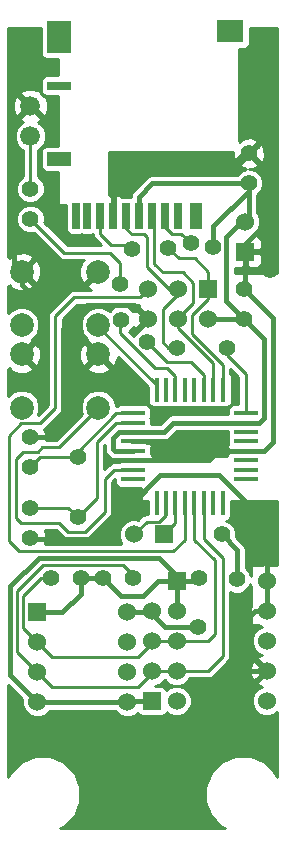
<source format=gbl>
G04 (created by PCBNEW (2013-07-07 BZR 4022)-stable) date 2015/01/28 14:14:02*
%MOIN*%
G04 Gerber Fmt 3.4, Leading zero omitted, Abs format*
%FSLAX34Y34*%
G01*
G70*
G90*
G04 APERTURE LIST*
%ADD10C,0.00590551*%
%ADD11R,0.0787X0.0177*%
%ADD12R,0.0177X0.0787*%
%ADD13R,0.06X0.06*%
%ADD14C,0.06*%
%ADD15C,0.066*%
%ADD16C,0.056*%
%ADD17R,0.0393701X0.0866142*%
%ADD18R,0.0275591X0.0866142*%
%ADD19R,0.0255906X0.0866142*%
%ADD20R,0.0787402X0.0472441*%
%ADD21R,0.0787402X0.0314961*%
%ADD22R,0.0787402X0.110236*%
%ADD23R,0.0905512X0.0748031*%
%ADD24C,0.055*%
%ADD25C,0.0787402*%
%ADD26C,0.01*%
%ADD27C,0.008*%
%ADD28C,0.016*%
G04 APERTURE END LIST*
G54D10*
G54D11*
X28222Y-29812D03*
X28222Y-30127D03*
X28222Y-30442D03*
X28222Y-30757D03*
X28222Y-31072D03*
X28222Y-31387D03*
X28222Y-31702D03*
X28222Y-32017D03*
X31988Y-32015D03*
X31988Y-29805D03*
X31988Y-30125D03*
X31988Y-30445D03*
X31988Y-30755D03*
X31988Y-31075D03*
X31988Y-31385D03*
X31988Y-31705D03*
G54D12*
X29006Y-32805D03*
X29320Y-32805D03*
X29636Y-32805D03*
X29950Y-32805D03*
X30266Y-32805D03*
X30580Y-32805D03*
X30896Y-32805D03*
X31210Y-32805D03*
X29008Y-29025D03*
X29318Y-29025D03*
X29638Y-29025D03*
X29948Y-29025D03*
X30258Y-29025D03*
X30578Y-29025D03*
X30898Y-29025D03*
X31218Y-29025D03*
G54D13*
X30724Y-25681D03*
G54D14*
X30724Y-26681D03*
X29724Y-25681D03*
X29724Y-26681D03*
X28724Y-25681D03*
X28724Y-26681D03*
G54D13*
X31968Y-24437D03*
G54D14*
X31968Y-23437D03*
G54D15*
X24803Y-20578D03*
X24803Y-19578D03*
G54D16*
X26377Y-31283D03*
X26377Y-33283D03*
G54D17*
X30334Y-23228D03*
G54D18*
X29724Y-23228D03*
X29291Y-23228D03*
X28858Y-23228D03*
X28425Y-23228D03*
X27992Y-23228D03*
X27559Y-23228D03*
X27125Y-23228D03*
G54D19*
X26692Y-23228D03*
X26318Y-23228D03*
G54D20*
X25748Y-21338D03*
G54D21*
X25748Y-18897D03*
G54D22*
X25748Y-17263D03*
G54D23*
X31456Y-17086D03*
G54D13*
X25035Y-36452D03*
G54D14*
X25035Y-37452D03*
X25035Y-38452D03*
X25035Y-39452D03*
X28035Y-39452D03*
X28035Y-38452D03*
X28035Y-37452D03*
X28035Y-36452D03*
G54D13*
X29681Y-35401D03*
G54D14*
X29681Y-36401D03*
X29681Y-37401D03*
X29681Y-38401D03*
X29681Y-39401D03*
X32681Y-39401D03*
X32681Y-38401D03*
X32681Y-37401D03*
X32681Y-36401D03*
X32681Y-35401D03*
G54D24*
X24803Y-32964D03*
X24803Y-33964D03*
X24803Y-31602D03*
X24803Y-30602D03*
X31929Y-25681D03*
X31929Y-26681D03*
X32086Y-21153D03*
X32086Y-22153D03*
G54D25*
X27066Y-27854D03*
X27066Y-29625D03*
X24507Y-29625D03*
X24507Y-27854D03*
X27066Y-25098D03*
X27066Y-26870D03*
X24507Y-26870D03*
X24507Y-25098D03*
G54D24*
X26484Y-35314D03*
X25484Y-35314D03*
X27216Y-35314D03*
X28216Y-35314D03*
X24803Y-22334D03*
X24803Y-23334D03*
G54D13*
X28858Y-39413D03*
G54D14*
X28858Y-38413D03*
X28858Y-37413D03*
X28858Y-36413D03*
G54D13*
X29240Y-33858D03*
G54D14*
X28240Y-33858D03*
G54D24*
X30393Y-36929D03*
X31751Y-36929D03*
X27795Y-28818D03*
X27795Y-32677D03*
X25196Y-27401D03*
X26377Y-27401D03*
X32795Y-25039D03*
X32047Y-33740D03*
X27795Y-25511D03*
X27834Y-26692D03*
X29400Y-24300D03*
X28200Y-24350D03*
X31350Y-27625D03*
X29700Y-27625D03*
X30150Y-24150D03*
X28681Y-27440D03*
X31181Y-33858D03*
X30905Y-24291D03*
X31692Y-35354D03*
X30433Y-35314D03*
G54D26*
X29636Y-32805D02*
X29636Y-33462D01*
X29636Y-33462D02*
X29240Y-33858D01*
X29320Y-32805D02*
X29320Y-33199D01*
X29320Y-33199D02*
X29094Y-33425D01*
X29094Y-33425D02*
X28673Y-33425D01*
X28673Y-33425D02*
X28240Y-33858D01*
X29008Y-29025D02*
X29008Y-28883D01*
X29008Y-28883D02*
X26989Y-26864D01*
X29681Y-37401D02*
X30708Y-37401D01*
X30708Y-37401D02*
X30944Y-37165D01*
X30944Y-37165D02*
X30944Y-34724D01*
X30944Y-34724D02*
X30266Y-34045D01*
X30266Y-34045D02*
X30266Y-32805D01*
X24566Y-35905D02*
X24566Y-36984D01*
X25157Y-35314D02*
X24566Y-35905D01*
X25484Y-35314D02*
X25157Y-35314D01*
X24566Y-36984D02*
X25035Y-37452D01*
X28858Y-37413D02*
X28858Y-37480D01*
X28385Y-37952D02*
X25535Y-37952D01*
X25535Y-37952D02*
X25035Y-37452D01*
X28858Y-37480D02*
X28385Y-37952D01*
X28858Y-37413D02*
X29669Y-37413D01*
X29669Y-37413D02*
X29681Y-37401D01*
X30580Y-32805D02*
X30580Y-34005D01*
X30732Y-38401D02*
X29681Y-38401D01*
X31220Y-37913D02*
X30732Y-38401D01*
X31220Y-34645D02*
X31220Y-37913D01*
X30580Y-34005D02*
X31220Y-34645D01*
X28858Y-38413D02*
X28858Y-38464D01*
X25519Y-38937D02*
X25035Y-38452D01*
X28385Y-38937D02*
X25519Y-38937D01*
X28858Y-38464D02*
X28385Y-38937D01*
X24370Y-35748D02*
X24370Y-37787D01*
X28216Y-35224D02*
X27874Y-34881D01*
X27874Y-34881D02*
X25236Y-34881D01*
X25236Y-34881D02*
X24370Y-35748D01*
X28216Y-35314D02*
X28216Y-35224D01*
X24370Y-37787D02*
X25035Y-38452D01*
X28858Y-38413D02*
X29669Y-38413D01*
G54D27*
X29669Y-38413D02*
X29681Y-38401D01*
G54D26*
X27066Y-29625D02*
X25748Y-30944D01*
X25748Y-30944D02*
X25196Y-30944D01*
X25196Y-30944D02*
X25039Y-31102D01*
X25039Y-31102D02*
X24547Y-31102D01*
X24547Y-31102D02*
X24325Y-31325D01*
X24325Y-31325D02*
X24325Y-33301D01*
X24325Y-33301D02*
X24488Y-33464D01*
X24488Y-33464D02*
X25748Y-33464D01*
X25748Y-33464D02*
X26062Y-33779D01*
X26062Y-33779D02*
X26614Y-33779D01*
X26614Y-33779D02*
X27283Y-33110D01*
X27283Y-33110D02*
X27283Y-32007D01*
X27283Y-32007D02*
X27588Y-31702D01*
X27588Y-31702D02*
X28222Y-31702D01*
G54D28*
X32681Y-38401D02*
X32001Y-38401D01*
X31751Y-38151D02*
X31751Y-36929D01*
X32001Y-38401D02*
X31751Y-38151D01*
X32681Y-36401D02*
X32279Y-36401D01*
X28858Y-36496D02*
X29291Y-36929D01*
X29291Y-36929D02*
X30393Y-36929D01*
X28858Y-36496D02*
X28858Y-36413D01*
X32279Y-36401D02*
X31751Y-36929D01*
X27795Y-32677D02*
X27795Y-32952D01*
X27066Y-27854D02*
X27795Y-28582D01*
X27795Y-28818D02*
X27795Y-28582D01*
X27795Y-32952D02*
X27933Y-33090D01*
X26377Y-27401D02*
X26338Y-27401D01*
X25905Y-27834D02*
X25905Y-28031D01*
X26338Y-27401D02*
X25905Y-27834D01*
X24507Y-25098D02*
X24507Y-25531D01*
X25196Y-26220D02*
X25196Y-27401D01*
X24507Y-25531D02*
X25196Y-26220D01*
X25905Y-30039D02*
X25905Y-30275D01*
X25905Y-30275D02*
X25578Y-30602D01*
X25578Y-30602D02*
X24803Y-30602D01*
X25905Y-28031D02*
X25905Y-30039D01*
X25196Y-27401D02*
X24960Y-27401D01*
X24960Y-27401D02*
X24507Y-27854D01*
X25905Y-27007D02*
X25905Y-28031D01*
X28728Y-26681D02*
X28724Y-26681D01*
X26692Y-26220D02*
X25905Y-27007D01*
X28267Y-26220D02*
X26692Y-26220D01*
X28728Y-26681D02*
X28267Y-26220D01*
X28035Y-36452D02*
X28818Y-36452D01*
X28818Y-36452D02*
X28858Y-36413D01*
X32681Y-34098D02*
X32681Y-33468D01*
X28129Y-32893D02*
X27933Y-33090D01*
X32681Y-33468D02*
X32602Y-33389D01*
X31102Y-31889D02*
X29133Y-31889D01*
X32602Y-33389D02*
X31102Y-31889D01*
X29133Y-31889D02*
X28129Y-32893D01*
X32681Y-35401D02*
X32681Y-34098D01*
X32681Y-34098D02*
X32602Y-34019D01*
X32681Y-36401D02*
X32681Y-35401D01*
G54D26*
X32047Y-33740D02*
X32322Y-33740D01*
G54D28*
X32598Y-24842D02*
X32795Y-25039D01*
X32598Y-23543D02*
X32598Y-24842D01*
X32322Y-33740D02*
X32602Y-34019D01*
X32874Y-26968D02*
X32874Y-26625D01*
X32874Y-26968D02*
X32874Y-30787D01*
X32874Y-30787D02*
X32585Y-31075D01*
X31988Y-31075D02*
X32585Y-31075D01*
X32874Y-26625D02*
X31929Y-25681D01*
X31968Y-24437D02*
X31968Y-24173D01*
X32598Y-21665D02*
X32086Y-21153D01*
X32598Y-23543D02*
X32598Y-21665D01*
X31968Y-24173D02*
X32598Y-23543D01*
X32086Y-21153D02*
X31917Y-21153D01*
X31917Y-21153D02*
X31220Y-21850D01*
X27559Y-22480D02*
X27559Y-23228D01*
X28188Y-21850D02*
X27559Y-22480D01*
X31220Y-21850D02*
X28188Y-21850D01*
X27007Y-34015D02*
X24854Y-34015D01*
X27933Y-33090D02*
X27007Y-34015D01*
X24854Y-34015D02*
X24803Y-33964D01*
X31968Y-24437D02*
X31968Y-25641D01*
X31968Y-25641D02*
X31929Y-25681D01*
X29960Y-30748D02*
X29960Y-30757D01*
X29970Y-30757D02*
X29960Y-30748D01*
X24803Y-19578D02*
X24791Y-19578D01*
X24791Y-19578D02*
X24251Y-20118D01*
X24251Y-20118D02*
X24251Y-24842D01*
X24251Y-24842D02*
X24507Y-25098D01*
X24803Y-30602D02*
X24803Y-30629D01*
X28222Y-31387D02*
X29606Y-31387D01*
X29606Y-31387D02*
X30763Y-31387D01*
X30763Y-31387D02*
X31075Y-31075D01*
X28222Y-30757D02*
X29960Y-30757D01*
X29960Y-30757D02*
X30757Y-30757D01*
X30757Y-30757D02*
X31075Y-31075D01*
X31075Y-31075D02*
X31988Y-31075D01*
G54D26*
X27787Y-27137D02*
X27787Y-26740D01*
X27795Y-25511D02*
X27795Y-24803D01*
X27795Y-24803D02*
X27460Y-24468D01*
X27460Y-24468D02*
X25937Y-24468D01*
X24803Y-23334D02*
X25937Y-24468D01*
X28950Y-28300D02*
X27787Y-27137D01*
X29638Y-28588D02*
X29350Y-28300D01*
X29638Y-28588D02*
X29638Y-29025D01*
X29350Y-28300D02*
X28950Y-28300D01*
X27787Y-26740D02*
X27834Y-26692D01*
X24803Y-20578D02*
X24803Y-22334D01*
X26377Y-31283D02*
X25122Y-31283D01*
X25122Y-31283D02*
X24803Y-31602D01*
X26377Y-31283D02*
X26377Y-31102D01*
X26377Y-31102D02*
X27667Y-29812D01*
X27667Y-29812D02*
X28222Y-29812D01*
X24803Y-32964D02*
X26059Y-32964D01*
X26059Y-32964D02*
X26377Y-33283D01*
X28222Y-30127D02*
X27667Y-30127D01*
X27667Y-30127D02*
X27007Y-30787D01*
X27007Y-30787D02*
X27007Y-32653D01*
X27007Y-32653D02*
X26377Y-33283D01*
X29950Y-32805D02*
X29950Y-34026D01*
X29950Y-34026D02*
X29566Y-34409D01*
X29566Y-34409D02*
X24409Y-34409D01*
X24409Y-34409D02*
X24075Y-34075D01*
X25118Y-30157D02*
X25629Y-29645D01*
X24488Y-30157D02*
X25118Y-30157D01*
X24075Y-30570D02*
X24488Y-30157D01*
X24075Y-34075D02*
X24075Y-30570D01*
X28455Y-25950D02*
X28724Y-25681D01*
X26254Y-25950D02*
X28455Y-25950D01*
X25629Y-26574D02*
X26254Y-25950D01*
X25629Y-29645D02*
X25629Y-26574D01*
X30236Y-26141D02*
X30236Y-25472D01*
X29724Y-26653D02*
X30236Y-26141D01*
X29724Y-26681D02*
X29724Y-26653D01*
X28937Y-24842D02*
X28937Y-23228D01*
X29212Y-25118D02*
X28937Y-24842D01*
X29881Y-25118D02*
X29212Y-25118D01*
X30236Y-25472D02*
X29881Y-25118D01*
X30898Y-29025D02*
X30898Y-28142D01*
X30898Y-28142D02*
X29724Y-26968D01*
X29724Y-26968D02*
X29724Y-26681D01*
X27500Y-24200D02*
X28050Y-24200D01*
X29825Y-24650D02*
X30050Y-24650D01*
X30050Y-24650D02*
X30275Y-24650D01*
X27125Y-23228D02*
X27125Y-23825D01*
X30724Y-25099D02*
X30724Y-25681D01*
X27125Y-23825D02*
X27500Y-24200D01*
X30275Y-24650D02*
X30724Y-25099D01*
X29750Y-24650D02*
X29825Y-24650D01*
X29400Y-24300D02*
X29750Y-24650D01*
X28050Y-24200D02*
X28200Y-24350D01*
X30724Y-25681D02*
X30724Y-25649D01*
X31218Y-29025D02*
X31218Y-28193D01*
X31218Y-28193D02*
X30196Y-27171D01*
X30196Y-27171D02*
X30196Y-26535D01*
X30196Y-26535D02*
X30724Y-26007D01*
X30724Y-26007D02*
X30724Y-25681D01*
X31350Y-27625D02*
X31350Y-27875D01*
X29700Y-27625D02*
X29396Y-27625D01*
X31988Y-29805D02*
X31988Y-28513D01*
X29225Y-27453D02*
X29396Y-27625D01*
X29225Y-26325D02*
X29225Y-27453D01*
X29724Y-25825D02*
X29225Y-26325D01*
X29724Y-25825D02*
X29724Y-25681D01*
X31350Y-27875D02*
X31988Y-28513D01*
X27992Y-23228D02*
X27992Y-23661D01*
X29406Y-25681D02*
X29724Y-25681D01*
X28677Y-24952D02*
X29406Y-25681D01*
X28677Y-23952D02*
X28677Y-24952D01*
X28575Y-23850D02*
X28677Y-23952D01*
X28180Y-23850D02*
X28575Y-23850D01*
X27992Y-23661D02*
X28180Y-23850D01*
G54D27*
X29724Y-25681D02*
X29539Y-25681D01*
G54D26*
X29744Y-23838D02*
X29838Y-23838D01*
X29744Y-23838D02*
X29507Y-23838D01*
X29507Y-23838D02*
X29291Y-23622D01*
X29291Y-23228D02*
X29291Y-23622D01*
X29838Y-23838D02*
X30150Y-24150D01*
X30157Y-28110D02*
X29350Y-28110D01*
X30578Y-29025D02*
X30578Y-28530D01*
X30578Y-28530D02*
X30157Y-28110D01*
X29350Y-28110D02*
X28681Y-27440D01*
G54D27*
X29250Y-23269D02*
X29291Y-23228D01*
G54D28*
X31692Y-35354D02*
X31692Y-34370D01*
X29681Y-35401D02*
X30346Y-35401D01*
X32086Y-22401D02*
X32086Y-22153D01*
X30905Y-23582D02*
X30905Y-24291D01*
X32086Y-22401D02*
X30905Y-23582D01*
X30346Y-35401D02*
X30433Y-35314D01*
X31692Y-34370D02*
X31181Y-33858D01*
X26484Y-35314D02*
X26484Y-35838D01*
X25870Y-36452D02*
X25035Y-36452D01*
X26484Y-35838D02*
X25870Y-36452D01*
X27216Y-35314D02*
X26484Y-35314D01*
X29681Y-35401D02*
X29047Y-35401D01*
X29047Y-35401D02*
X28543Y-35905D01*
X28543Y-35905D02*
X27807Y-35905D01*
X27807Y-35905D02*
X27216Y-35314D01*
X29681Y-36401D02*
X29681Y-35401D01*
X25035Y-39452D02*
X28035Y-39452D01*
X28035Y-39452D02*
X28074Y-39413D01*
X28074Y-39413D02*
X28858Y-39413D01*
X24133Y-37244D02*
X24133Y-38551D01*
X24133Y-38551D02*
X25035Y-39452D01*
X29681Y-35401D02*
X29681Y-35232D01*
X24133Y-35590D02*
X24133Y-37244D01*
X25078Y-34645D02*
X24133Y-35590D01*
X29094Y-34645D02*
X25078Y-34645D01*
X29681Y-35232D02*
X29094Y-34645D01*
X31988Y-30125D02*
X32433Y-30125D01*
X32598Y-27350D02*
X31929Y-26681D01*
X32598Y-29960D02*
X32598Y-27350D01*
X32433Y-30125D02*
X32598Y-29960D01*
X31968Y-23437D02*
X31838Y-23437D01*
X31838Y-23437D02*
X31338Y-23937D01*
X31338Y-23937D02*
X31338Y-26090D01*
X31338Y-26090D02*
X31929Y-26681D01*
X32086Y-22153D02*
X32086Y-23318D01*
X32086Y-23318D02*
X31968Y-23437D01*
X30724Y-26681D02*
X31929Y-26681D01*
X32086Y-22153D02*
X28870Y-22153D01*
X28425Y-22598D02*
X28425Y-23228D01*
X28870Y-22153D02*
X28425Y-22598D01*
X31988Y-30125D02*
X29559Y-30125D01*
X29242Y-30442D02*
X28222Y-30442D01*
X29559Y-30125D02*
X29242Y-30442D01*
X28222Y-30442D02*
X27746Y-30442D01*
X27607Y-31072D02*
X28222Y-31072D01*
X27559Y-31023D02*
X27607Y-31072D01*
X27559Y-30629D02*
X27559Y-31023D01*
X27746Y-30442D02*
X27559Y-30629D01*
G54D10*
G36*
X24879Y-30607D02*
X24808Y-30678D01*
X24803Y-30673D01*
X24797Y-30678D01*
X24726Y-30607D01*
X24732Y-30602D01*
X24726Y-30596D01*
X24797Y-30526D01*
X24803Y-30531D01*
X24808Y-30526D01*
X24879Y-30596D01*
X24873Y-30602D01*
X24879Y-30607D01*
X24879Y-30607D01*
G37*
G54D26*
X24879Y-30607D02*
X24808Y-30678D01*
X24803Y-30673D01*
X24797Y-30678D01*
X24726Y-30607D01*
X24732Y-30602D01*
X24726Y-30596D01*
X24797Y-30526D01*
X24803Y-30531D01*
X24808Y-30526D01*
X24879Y-30596D01*
X24873Y-30602D01*
X24879Y-30607D01*
G54D10*
G36*
X24879Y-33970D02*
X24808Y-34040D01*
X24803Y-34035D01*
X24797Y-34040D01*
X24726Y-33970D01*
X24732Y-33964D01*
X24726Y-33958D01*
X24797Y-33888D01*
X24803Y-33893D01*
X24808Y-33888D01*
X24879Y-33958D01*
X24873Y-33964D01*
X24879Y-33970D01*
X24879Y-33970D01*
G37*
G54D26*
X24879Y-33970D02*
X24808Y-34040D01*
X24803Y-34035D01*
X24797Y-34040D01*
X24726Y-33970D01*
X24732Y-33964D01*
X24726Y-33958D01*
X24797Y-33888D01*
X24803Y-33893D01*
X24808Y-33888D01*
X24879Y-33958D01*
X24873Y-33964D01*
X24879Y-33970D01*
G54D10*
G36*
X27164Y-24218D02*
X26040Y-24218D01*
X25270Y-23448D01*
X25278Y-23429D01*
X25278Y-23240D01*
X25206Y-23065D01*
X25072Y-22932D01*
X24898Y-22859D01*
X24709Y-22859D01*
X24534Y-22931D01*
X24400Y-23065D01*
X24328Y-23239D01*
X24328Y-23428D01*
X24400Y-23603D01*
X24533Y-23737D01*
X24708Y-23809D01*
X24897Y-23809D01*
X24916Y-23801D01*
X25760Y-24645D01*
X25841Y-24699D01*
X25937Y-24718D01*
X26604Y-24718D01*
X26508Y-24754D01*
X26418Y-24994D01*
X26428Y-25250D01*
X26508Y-25442D01*
X26613Y-25481D01*
X26996Y-25098D01*
X26990Y-25092D01*
X27061Y-25022D01*
X27066Y-25027D01*
X27072Y-25022D01*
X27143Y-25092D01*
X27137Y-25098D01*
X27143Y-25103D01*
X27072Y-25174D01*
X27066Y-25169D01*
X26683Y-25552D01*
X26722Y-25657D01*
X26837Y-25700D01*
X26254Y-25700D01*
X26254Y-25700D01*
X26235Y-25703D01*
X26159Y-25719D01*
X26077Y-25773D01*
X26077Y-25773D01*
X25453Y-26398D01*
X25398Y-26479D01*
X25379Y-26574D01*
X25379Y-29542D01*
X25155Y-29766D01*
X25155Y-27958D01*
X25155Y-25202D01*
X25146Y-24946D01*
X25066Y-24754D01*
X24961Y-24715D01*
X24890Y-24786D01*
X24578Y-25098D01*
X24961Y-25481D01*
X25066Y-25442D01*
X25155Y-25202D01*
X25155Y-27958D01*
X25146Y-27702D01*
X25066Y-27510D01*
X24961Y-27471D01*
X24578Y-27854D01*
X24961Y-28237D01*
X25066Y-28198D01*
X25155Y-27958D01*
X25155Y-29766D01*
X25047Y-29874D01*
X25101Y-29744D01*
X25101Y-29508D01*
X25011Y-29290D01*
X24890Y-29169D01*
X24844Y-29122D01*
X24626Y-29032D01*
X24390Y-29032D01*
X24172Y-29122D01*
X24065Y-29228D01*
X24065Y-28338D01*
X24079Y-28353D01*
X24124Y-28308D01*
X24163Y-28413D01*
X24403Y-28502D01*
X24659Y-28492D01*
X24852Y-28413D01*
X24890Y-28308D01*
X24507Y-27925D01*
X24502Y-27930D01*
X24431Y-27859D01*
X24437Y-27854D01*
X24431Y-27848D01*
X24502Y-27778D01*
X24507Y-27783D01*
X24890Y-27400D01*
X24870Y-27346D01*
X25010Y-27206D01*
X25101Y-26988D01*
X25101Y-26752D01*
X25011Y-26534D01*
X24890Y-26413D01*
X24844Y-26367D01*
X24626Y-26276D01*
X24390Y-26276D01*
X24172Y-26366D01*
X24065Y-26472D01*
X24065Y-25583D01*
X24079Y-25597D01*
X24124Y-25552D01*
X24163Y-25657D01*
X24403Y-25746D01*
X24659Y-25736D01*
X24852Y-25657D01*
X24890Y-25552D01*
X24507Y-25169D01*
X24502Y-25174D01*
X24431Y-25103D01*
X24437Y-25098D01*
X24431Y-25092D01*
X24502Y-25022D01*
X24507Y-25027D01*
X24890Y-24644D01*
X24852Y-24539D01*
X24612Y-24450D01*
X24356Y-24459D01*
X24163Y-24539D01*
X24124Y-24644D01*
X24079Y-24599D01*
X24065Y-24613D01*
X24065Y-16979D01*
X25154Y-16979D01*
X25154Y-17854D01*
X25184Y-17928D01*
X25240Y-17984D01*
X25314Y-18014D01*
X25393Y-18014D01*
X25737Y-18014D01*
X25737Y-18540D01*
X25314Y-18540D01*
X25241Y-18570D01*
X25184Y-18626D01*
X25154Y-18700D01*
X25154Y-18779D01*
X25154Y-19094D01*
X25172Y-19138D01*
X25140Y-19171D01*
X25109Y-19072D01*
X24892Y-18994D01*
X24661Y-19004D01*
X24497Y-19072D01*
X24466Y-19171D01*
X24803Y-19508D01*
X24808Y-19502D01*
X24879Y-19573D01*
X24873Y-19578D01*
X25210Y-19915D01*
X25309Y-19884D01*
X25387Y-19667D01*
X25377Y-19437D01*
X25309Y-19272D01*
X25210Y-19241D01*
X25234Y-19218D01*
X25240Y-19224D01*
X25314Y-19255D01*
X25393Y-19255D01*
X25737Y-19255D01*
X25737Y-20902D01*
X25387Y-20902D01*
X25333Y-20902D01*
X25333Y-20473D01*
X25252Y-20278D01*
X25103Y-20129D01*
X25052Y-20108D01*
X25109Y-20084D01*
X25140Y-19986D01*
X24803Y-19649D01*
X24732Y-19720D01*
X24732Y-19578D01*
X24395Y-19241D01*
X24297Y-19272D01*
X24218Y-19489D01*
X24228Y-19720D01*
X24297Y-19884D01*
X24395Y-19915D01*
X24732Y-19578D01*
X24732Y-19720D01*
X24466Y-19986D01*
X24497Y-20084D01*
X24557Y-20106D01*
X24503Y-20129D01*
X24354Y-20278D01*
X24273Y-20472D01*
X24273Y-20683D01*
X24353Y-20878D01*
X24502Y-21027D01*
X24553Y-21048D01*
X24553Y-21923D01*
X24534Y-21931D01*
X24400Y-22065D01*
X24328Y-22239D01*
X24328Y-22428D01*
X24400Y-22603D01*
X24533Y-22737D01*
X24708Y-22809D01*
X24897Y-22809D01*
X25071Y-22737D01*
X25205Y-22604D01*
X25278Y-22429D01*
X25278Y-22240D01*
X25206Y-22065D01*
X25072Y-21932D01*
X25053Y-21924D01*
X25053Y-21048D01*
X25102Y-21028D01*
X25252Y-20879D01*
X25333Y-20684D01*
X25333Y-20473D01*
X25333Y-20902D01*
X25314Y-20902D01*
X25241Y-20932D01*
X25184Y-20988D01*
X25154Y-21062D01*
X25154Y-21141D01*
X25154Y-21614D01*
X25184Y-21687D01*
X25240Y-21744D01*
X25314Y-21774D01*
X25393Y-21774D01*
X25737Y-21774D01*
X25737Y-22884D01*
X25990Y-22884D01*
X25990Y-23701D01*
X26021Y-23774D01*
X26077Y-23830D01*
X26150Y-23861D01*
X26230Y-23861D01*
X26486Y-23861D01*
X26505Y-23853D01*
X26525Y-23861D01*
X26604Y-23861D01*
X26860Y-23861D01*
X26881Y-23852D01*
X26895Y-23921D01*
X26949Y-24002D01*
X27164Y-24218D01*
X27164Y-24218D01*
G37*
G54D26*
X27164Y-24218D02*
X26040Y-24218D01*
X25270Y-23448D01*
X25278Y-23429D01*
X25278Y-23240D01*
X25206Y-23065D01*
X25072Y-22932D01*
X24898Y-22859D01*
X24709Y-22859D01*
X24534Y-22931D01*
X24400Y-23065D01*
X24328Y-23239D01*
X24328Y-23428D01*
X24400Y-23603D01*
X24533Y-23737D01*
X24708Y-23809D01*
X24897Y-23809D01*
X24916Y-23801D01*
X25760Y-24645D01*
X25841Y-24699D01*
X25937Y-24718D01*
X26604Y-24718D01*
X26508Y-24754D01*
X26418Y-24994D01*
X26428Y-25250D01*
X26508Y-25442D01*
X26613Y-25481D01*
X26996Y-25098D01*
X26990Y-25092D01*
X27061Y-25022D01*
X27066Y-25027D01*
X27072Y-25022D01*
X27143Y-25092D01*
X27137Y-25098D01*
X27143Y-25103D01*
X27072Y-25174D01*
X27066Y-25169D01*
X26683Y-25552D01*
X26722Y-25657D01*
X26837Y-25700D01*
X26254Y-25700D01*
X26254Y-25700D01*
X26235Y-25703D01*
X26159Y-25719D01*
X26077Y-25773D01*
X26077Y-25773D01*
X25453Y-26398D01*
X25398Y-26479D01*
X25379Y-26574D01*
X25379Y-29542D01*
X25155Y-29766D01*
X25155Y-27958D01*
X25155Y-25202D01*
X25146Y-24946D01*
X25066Y-24754D01*
X24961Y-24715D01*
X24890Y-24786D01*
X24578Y-25098D01*
X24961Y-25481D01*
X25066Y-25442D01*
X25155Y-25202D01*
X25155Y-27958D01*
X25146Y-27702D01*
X25066Y-27510D01*
X24961Y-27471D01*
X24578Y-27854D01*
X24961Y-28237D01*
X25066Y-28198D01*
X25155Y-27958D01*
X25155Y-29766D01*
X25047Y-29874D01*
X25101Y-29744D01*
X25101Y-29508D01*
X25011Y-29290D01*
X24890Y-29169D01*
X24844Y-29122D01*
X24626Y-29032D01*
X24390Y-29032D01*
X24172Y-29122D01*
X24065Y-29228D01*
X24065Y-28338D01*
X24079Y-28353D01*
X24124Y-28308D01*
X24163Y-28413D01*
X24403Y-28502D01*
X24659Y-28492D01*
X24852Y-28413D01*
X24890Y-28308D01*
X24507Y-27925D01*
X24502Y-27930D01*
X24431Y-27859D01*
X24437Y-27854D01*
X24431Y-27848D01*
X24502Y-27778D01*
X24507Y-27783D01*
X24890Y-27400D01*
X24870Y-27346D01*
X25010Y-27206D01*
X25101Y-26988D01*
X25101Y-26752D01*
X25011Y-26534D01*
X24890Y-26413D01*
X24844Y-26367D01*
X24626Y-26276D01*
X24390Y-26276D01*
X24172Y-26366D01*
X24065Y-26472D01*
X24065Y-25583D01*
X24079Y-25597D01*
X24124Y-25552D01*
X24163Y-25657D01*
X24403Y-25746D01*
X24659Y-25736D01*
X24852Y-25657D01*
X24890Y-25552D01*
X24507Y-25169D01*
X24502Y-25174D01*
X24431Y-25103D01*
X24437Y-25098D01*
X24431Y-25092D01*
X24502Y-25022D01*
X24507Y-25027D01*
X24890Y-24644D01*
X24852Y-24539D01*
X24612Y-24450D01*
X24356Y-24459D01*
X24163Y-24539D01*
X24124Y-24644D01*
X24079Y-24599D01*
X24065Y-24613D01*
X24065Y-16979D01*
X25154Y-16979D01*
X25154Y-17854D01*
X25184Y-17928D01*
X25240Y-17984D01*
X25314Y-18014D01*
X25393Y-18014D01*
X25737Y-18014D01*
X25737Y-18540D01*
X25314Y-18540D01*
X25241Y-18570D01*
X25184Y-18626D01*
X25154Y-18700D01*
X25154Y-18779D01*
X25154Y-19094D01*
X25172Y-19138D01*
X25140Y-19171D01*
X25109Y-19072D01*
X24892Y-18994D01*
X24661Y-19004D01*
X24497Y-19072D01*
X24466Y-19171D01*
X24803Y-19508D01*
X24808Y-19502D01*
X24879Y-19573D01*
X24873Y-19578D01*
X25210Y-19915D01*
X25309Y-19884D01*
X25387Y-19667D01*
X25377Y-19437D01*
X25309Y-19272D01*
X25210Y-19241D01*
X25234Y-19218D01*
X25240Y-19224D01*
X25314Y-19255D01*
X25393Y-19255D01*
X25737Y-19255D01*
X25737Y-20902D01*
X25387Y-20902D01*
X25333Y-20902D01*
X25333Y-20473D01*
X25252Y-20278D01*
X25103Y-20129D01*
X25052Y-20108D01*
X25109Y-20084D01*
X25140Y-19986D01*
X24803Y-19649D01*
X24732Y-19720D01*
X24732Y-19578D01*
X24395Y-19241D01*
X24297Y-19272D01*
X24218Y-19489D01*
X24228Y-19720D01*
X24297Y-19884D01*
X24395Y-19915D01*
X24732Y-19578D01*
X24732Y-19720D01*
X24466Y-19986D01*
X24497Y-20084D01*
X24557Y-20106D01*
X24503Y-20129D01*
X24354Y-20278D01*
X24273Y-20472D01*
X24273Y-20683D01*
X24353Y-20878D01*
X24502Y-21027D01*
X24553Y-21048D01*
X24553Y-21923D01*
X24534Y-21931D01*
X24400Y-22065D01*
X24328Y-22239D01*
X24328Y-22428D01*
X24400Y-22603D01*
X24533Y-22737D01*
X24708Y-22809D01*
X24897Y-22809D01*
X25071Y-22737D01*
X25205Y-22604D01*
X25278Y-22429D01*
X25278Y-22240D01*
X25206Y-22065D01*
X25072Y-21932D01*
X25053Y-21924D01*
X25053Y-21048D01*
X25102Y-21028D01*
X25252Y-20879D01*
X25333Y-20684D01*
X25333Y-20473D01*
X25333Y-20902D01*
X25314Y-20902D01*
X25241Y-20932D01*
X25184Y-20988D01*
X25154Y-21062D01*
X25154Y-21141D01*
X25154Y-21614D01*
X25184Y-21687D01*
X25240Y-21744D01*
X25314Y-21774D01*
X25393Y-21774D01*
X25737Y-21774D01*
X25737Y-22884D01*
X25990Y-22884D01*
X25990Y-23701D01*
X26021Y-23774D01*
X26077Y-23830D01*
X26150Y-23861D01*
X26230Y-23861D01*
X26486Y-23861D01*
X26505Y-23853D01*
X26525Y-23861D01*
X26604Y-23861D01*
X26860Y-23861D01*
X26881Y-23852D01*
X26895Y-23921D01*
X26949Y-24002D01*
X27164Y-24218D01*
G54D10*
G36*
X28279Y-31413D02*
X27789Y-31413D01*
X27745Y-31431D01*
X27641Y-31431D01*
X27620Y-31452D01*
X27588Y-31452D01*
X27578Y-31454D01*
X27578Y-31454D01*
X27493Y-31471D01*
X27412Y-31525D01*
X27257Y-31679D01*
X27257Y-30890D01*
X27279Y-30869D01*
X27279Y-31023D01*
X27300Y-31130D01*
X27361Y-31221D01*
X27409Y-31270D01*
X27500Y-31331D01*
X27500Y-31331D01*
X27518Y-31334D01*
X27578Y-31346D01*
X27578Y-31346D01*
X27607Y-31352D01*
X27768Y-31352D01*
X27788Y-31360D01*
X27868Y-31361D01*
X28279Y-31361D01*
X28279Y-31413D01*
X28279Y-31413D01*
G37*
G54D26*
X28279Y-31413D02*
X27789Y-31413D01*
X27745Y-31431D01*
X27641Y-31431D01*
X27620Y-31452D01*
X27588Y-31452D01*
X27578Y-31454D01*
X27578Y-31454D01*
X27493Y-31471D01*
X27412Y-31525D01*
X27257Y-31679D01*
X27257Y-30890D01*
X27279Y-30869D01*
X27279Y-31023D01*
X27300Y-31130D01*
X27361Y-31221D01*
X27409Y-31270D01*
X27500Y-31331D01*
X27500Y-31331D01*
X27518Y-31334D01*
X27578Y-31346D01*
X27578Y-31346D01*
X27607Y-31352D01*
X27768Y-31352D01*
X27788Y-31360D01*
X27868Y-31361D01*
X28279Y-31361D01*
X28279Y-31413D01*
G54D10*
G36*
X28717Y-33175D02*
X28673Y-33175D01*
X28673Y-33175D01*
X28654Y-33178D01*
X28577Y-33194D01*
X28496Y-33248D01*
X28496Y-33248D01*
X28372Y-33371D01*
X28340Y-33358D01*
X28141Y-33358D01*
X27957Y-33434D01*
X27816Y-33574D01*
X27740Y-33758D01*
X27740Y-33957D01*
X27816Y-34141D01*
X27834Y-34159D01*
X25291Y-34159D01*
X25333Y-34040D01*
X25321Y-33831D01*
X25273Y-33714D01*
X25644Y-33714D01*
X25886Y-33956D01*
X25886Y-33956D01*
X25967Y-34010D01*
X25967Y-34010D01*
X26043Y-34025D01*
X26062Y-34029D01*
X26062Y-34029D01*
X26062Y-34029D01*
X26614Y-34029D01*
X26709Y-34010D01*
X26790Y-33956D01*
X27460Y-33287D01*
X27514Y-33205D01*
X27533Y-33110D01*
X27533Y-32111D01*
X27628Y-32016D01*
X27628Y-32145D01*
X27658Y-32219D01*
X27715Y-32275D01*
X27788Y-32305D01*
X27868Y-32306D01*
X28493Y-32306D01*
X28493Y-32727D01*
X28717Y-32727D01*
X28717Y-33175D01*
X28717Y-33175D01*
G37*
G54D26*
X28717Y-33175D02*
X28673Y-33175D01*
X28673Y-33175D01*
X28654Y-33178D01*
X28577Y-33194D01*
X28496Y-33248D01*
X28496Y-33248D01*
X28372Y-33371D01*
X28340Y-33358D01*
X28141Y-33358D01*
X27957Y-33434D01*
X27816Y-33574D01*
X27740Y-33758D01*
X27740Y-33957D01*
X27816Y-34141D01*
X27834Y-34159D01*
X25291Y-34159D01*
X25333Y-34040D01*
X25321Y-33831D01*
X25273Y-33714D01*
X25644Y-33714D01*
X25886Y-33956D01*
X25886Y-33956D01*
X25967Y-34010D01*
X25967Y-34010D01*
X26043Y-34025D01*
X26062Y-34029D01*
X26062Y-34029D01*
X26062Y-34029D01*
X26614Y-34029D01*
X26709Y-34010D01*
X26790Y-33956D01*
X27460Y-33287D01*
X27514Y-33205D01*
X27533Y-33110D01*
X27533Y-32111D01*
X27628Y-32016D01*
X27628Y-32145D01*
X27658Y-32219D01*
X27715Y-32275D01*
X27788Y-32305D01*
X27868Y-32306D01*
X28493Y-32306D01*
X28493Y-32727D01*
X28717Y-32727D01*
X28717Y-33175D01*
G54D10*
G36*
X31738Y-29516D02*
X31555Y-29516D01*
X31481Y-29547D01*
X31425Y-29603D01*
X31394Y-29677D01*
X31394Y-29756D01*
X31394Y-29845D01*
X29559Y-29845D01*
X29452Y-29866D01*
X29422Y-29886D01*
X29361Y-29927D01*
X29126Y-30162D01*
X28815Y-30162D01*
X28815Y-29999D01*
X28803Y-29970D01*
X28815Y-29940D01*
X28815Y-29861D01*
X28815Y-29684D01*
X28785Y-29610D01*
X28729Y-29554D01*
X28655Y-29524D01*
X28576Y-29523D01*
X27789Y-29523D01*
X27715Y-29554D01*
X27707Y-29562D01*
X27667Y-29562D01*
X27667Y-29562D01*
X27660Y-29563D01*
X27660Y-29508D01*
X27570Y-29290D01*
X27449Y-29169D01*
X27449Y-28308D01*
X27066Y-27925D01*
X26996Y-27995D01*
X26996Y-27854D01*
X26613Y-27471D01*
X26508Y-27510D01*
X26418Y-27750D01*
X26428Y-28006D01*
X26508Y-28198D01*
X26613Y-28237D01*
X26996Y-27854D01*
X26996Y-27995D01*
X26683Y-28308D01*
X26722Y-28413D01*
X26962Y-28502D01*
X27218Y-28492D01*
X27411Y-28413D01*
X27449Y-28308D01*
X27449Y-29169D01*
X27403Y-29122D01*
X27185Y-29032D01*
X26949Y-29032D01*
X26731Y-29122D01*
X26563Y-29289D01*
X26473Y-29507D01*
X26473Y-29743D01*
X26508Y-29830D01*
X25644Y-30694D01*
X25327Y-30694D01*
X25333Y-30678D01*
X25321Y-30469D01*
X25271Y-30349D01*
X25294Y-30334D01*
X25806Y-29822D01*
X25806Y-29822D01*
X25806Y-29822D01*
X25860Y-29741D01*
X25860Y-29741D01*
X25879Y-29645D01*
X25879Y-26678D01*
X26358Y-26200D01*
X28436Y-26200D01*
X28409Y-26295D01*
X28724Y-26610D01*
X28729Y-26604D01*
X28800Y-26675D01*
X28795Y-26681D01*
X28800Y-26686D01*
X28729Y-26757D01*
X28724Y-26751D01*
X28456Y-27019D01*
X28412Y-27038D01*
X28278Y-27171D01*
X28248Y-27244D01*
X28100Y-27096D01*
X28103Y-27095D01*
X28237Y-26962D01*
X28238Y-26958D01*
X28243Y-26968D01*
X28338Y-26996D01*
X28653Y-26681D01*
X28338Y-26365D01*
X28243Y-26393D01*
X28233Y-26420D01*
X28104Y-26290D01*
X27929Y-26217D01*
X27740Y-26217D01*
X27565Y-26289D01*
X27446Y-26409D01*
X27403Y-26367D01*
X27185Y-26276D01*
X26949Y-26276D01*
X26731Y-26366D01*
X26563Y-26533D01*
X26473Y-26751D01*
X26473Y-26987D01*
X26563Y-27205D01*
X26703Y-27346D01*
X26683Y-27400D01*
X27066Y-27783D01*
X27072Y-27778D01*
X27143Y-27848D01*
X27137Y-27854D01*
X27520Y-28237D01*
X27625Y-28198D01*
X27714Y-27958D01*
X27714Y-27942D01*
X28719Y-28948D01*
X28719Y-29458D01*
X28749Y-29532D01*
X28806Y-29588D01*
X28879Y-29618D01*
X28959Y-29619D01*
X29136Y-29619D01*
X29163Y-29607D01*
X29189Y-29618D01*
X29269Y-29619D01*
X29446Y-29619D01*
X29478Y-29605D01*
X29509Y-29618D01*
X29589Y-29619D01*
X29766Y-29619D01*
X29793Y-29607D01*
X29819Y-29618D01*
X29899Y-29619D01*
X30076Y-29619D01*
X30103Y-29607D01*
X30129Y-29618D01*
X30209Y-29619D01*
X30386Y-29619D01*
X30418Y-29605D01*
X30449Y-29618D01*
X30529Y-29619D01*
X30706Y-29619D01*
X30738Y-29605D01*
X30769Y-29618D01*
X30849Y-29619D01*
X31026Y-29619D01*
X31058Y-29605D01*
X31089Y-29618D01*
X31169Y-29619D01*
X31346Y-29619D01*
X31419Y-29588D01*
X31476Y-29532D01*
X31506Y-29458D01*
X31506Y-29379D01*
X31506Y-28592D01*
X31476Y-28518D01*
X31468Y-28510D01*
X31468Y-28346D01*
X31738Y-28616D01*
X31738Y-29516D01*
X31738Y-29516D01*
G37*
G54D26*
X31738Y-29516D02*
X31555Y-29516D01*
X31481Y-29547D01*
X31425Y-29603D01*
X31394Y-29677D01*
X31394Y-29756D01*
X31394Y-29845D01*
X29559Y-29845D01*
X29452Y-29866D01*
X29422Y-29886D01*
X29361Y-29927D01*
X29126Y-30162D01*
X28815Y-30162D01*
X28815Y-29999D01*
X28803Y-29970D01*
X28815Y-29940D01*
X28815Y-29861D01*
X28815Y-29684D01*
X28785Y-29610D01*
X28729Y-29554D01*
X28655Y-29524D01*
X28576Y-29523D01*
X27789Y-29523D01*
X27715Y-29554D01*
X27707Y-29562D01*
X27667Y-29562D01*
X27667Y-29562D01*
X27660Y-29563D01*
X27660Y-29508D01*
X27570Y-29290D01*
X27449Y-29169D01*
X27449Y-28308D01*
X27066Y-27925D01*
X26996Y-27995D01*
X26996Y-27854D01*
X26613Y-27471D01*
X26508Y-27510D01*
X26418Y-27750D01*
X26428Y-28006D01*
X26508Y-28198D01*
X26613Y-28237D01*
X26996Y-27854D01*
X26996Y-27995D01*
X26683Y-28308D01*
X26722Y-28413D01*
X26962Y-28502D01*
X27218Y-28492D01*
X27411Y-28413D01*
X27449Y-28308D01*
X27449Y-29169D01*
X27403Y-29122D01*
X27185Y-29032D01*
X26949Y-29032D01*
X26731Y-29122D01*
X26563Y-29289D01*
X26473Y-29507D01*
X26473Y-29743D01*
X26508Y-29830D01*
X25644Y-30694D01*
X25327Y-30694D01*
X25333Y-30678D01*
X25321Y-30469D01*
X25271Y-30349D01*
X25294Y-30334D01*
X25806Y-29822D01*
X25806Y-29822D01*
X25806Y-29822D01*
X25860Y-29741D01*
X25860Y-29741D01*
X25879Y-29645D01*
X25879Y-26678D01*
X26358Y-26200D01*
X28436Y-26200D01*
X28409Y-26295D01*
X28724Y-26610D01*
X28729Y-26604D01*
X28800Y-26675D01*
X28795Y-26681D01*
X28800Y-26686D01*
X28729Y-26757D01*
X28724Y-26751D01*
X28456Y-27019D01*
X28412Y-27038D01*
X28278Y-27171D01*
X28248Y-27244D01*
X28100Y-27096D01*
X28103Y-27095D01*
X28237Y-26962D01*
X28238Y-26958D01*
X28243Y-26968D01*
X28338Y-26996D01*
X28653Y-26681D01*
X28338Y-26365D01*
X28243Y-26393D01*
X28233Y-26420D01*
X28104Y-26290D01*
X27929Y-26217D01*
X27740Y-26217D01*
X27565Y-26289D01*
X27446Y-26409D01*
X27403Y-26367D01*
X27185Y-26276D01*
X26949Y-26276D01*
X26731Y-26366D01*
X26563Y-26533D01*
X26473Y-26751D01*
X26473Y-26987D01*
X26563Y-27205D01*
X26703Y-27346D01*
X26683Y-27400D01*
X27066Y-27783D01*
X27072Y-27778D01*
X27143Y-27848D01*
X27137Y-27854D01*
X27520Y-28237D01*
X27625Y-28198D01*
X27714Y-27958D01*
X27714Y-27942D01*
X28719Y-28948D01*
X28719Y-29458D01*
X28749Y-29532D01*
X28806Y-29588D01*
X28879Y-29618D01*
X28959Y-29619D01*
X29136Y-29619D01*
X29163Y-29607D01*
X29189Y-29618D01*
X29269Y-29619D01*
X29446Y-29619D01*
X29478Y-29605D01*
X29509Y-29618D01*
X29589Y-29619D01*
X29766Y-29619D01*
X29793Y-29607D01*
X29819Y-29618D01*
X29899Y-29619D01*
X30076Y-29619D01*
X30103Y-29607D01*
X30129Y-29618D01*
X30209Y-29619D01*
X30386Y-29619D01*
X30418Y-29605D01*
X30449Y-29618D01*
X30529Y-29619D01*
X30706Y-29619D01*
X30738Y-29605D01*
X30769Y-29618D01*
X30849Y-29619D01*
X31026Y-29619D01*
X31058Y-29605D01*
X31089Y-29618D01*
X31169Y-29619D01*
X31346Y-29619D01*
X31419Y-29588D01*
X31476Y-29532D01*
X31506Y-29458D01*
X31506Y-29379D01*
X31506Y-28592D01*
X31476Y-28518D01*
X31468Y-28510D01*
X31468Y-28346D01*
X31738Y-28616D01*
X31738Y-29516D01*
G54D10*
G36*
X32045Y-31096D02*
X31555Y-31096D01*
X31499Y-31119D01*
X31407Y-31119D01*
X31344Y-31182D01*
X31344Y-31213D01*
X31359Y-31249D01*
X28865Y-31249D01*
X28865Y-31249D01*
X28827Y-31157D01*
X28815Y-31145D01*
X28815Y-31121D01*
X28815Y-30999D01*
X28827Y-30987D01*
X28865Y-30895D01*
X28865Y-30864D01*
X28803Y-30801D01*
X28698Y-30801D01*
X28655Y-30784D01*
X28576Y-30783D01*
X28164Y-30783D01*
X28164Y-30731D01*
X28655Y-30731D01*
X28675Y-30722D01*
X29242Y-30722D01*
X29349Y-30701D01*
X29349Y-30701D01*
X29440Y-30640D01*
X29675Y-30405D01*
X31394Y-30405D01*
X31394Y-30573D01*
X31405Y-30600D01*
X31394Y-30627D01*
X31394Y-30706D01*
X31394Y-30833D01*
X31382Y-30845D01*
X31344Y-30937D01*
X31344Y-30968D01*
X31407Y-31031D01*
X31524Y-31031D01*
X31554Y-31043D01*
X31634Y-31044D01*
X32045Y-31044D01*
X32045Y-31096D01*
X32045Y-31096D01*
G37*
G54D26*
X32045Y-31096D02*
X31555Y-31096D01*
X31499Y-31119D01*
X31407Y-31119D01*
X31344Y-31182D01*
X31344Y-31213D01*
X31359Y-31249D01*
X28865Y-31249D01*
X28865Y-31249D01*
X28827Y-31157D01*
X28815Y-31145D01*
X28815Y-31121D01*
X28815Y-30999D01*
X28827Y-30987D01*
X28865Y-30895D01*
X28865Y-30864D01*
X28803Y-30801D01*
X28698Y-30801D01*
X28655Y-30784D01*
X28576Y-30783D01*
X28164Y-30783D01*
X28164Y-30731D01*
X28655Y-30731D01*
X28675Y-30722D01*
X29242Y-30722D01*
X29349Y-30701D01*
X29349Y-30701D01*
X29440Y-30640D01*
X29675Y-30405D01*
X31394Y-30405D01*
X31394Y-30573D01*
X31405Y-30600D01*
X31394Y-30627D01*
X31394Y-30706D01*
X31394Y-30833D01*
X31382Y-30845D01*
X31344Y-30937D01*
X31344Y-30968D01*
X31407Y-31031D01*
X31524Y-31031D01*
X31554Y-31043D01*
X31634Y-31044D01*
X32045Y-31044D01*
X32045Y-31096D01*
G54D10*
G36*
X33020Y-25146D02*
X32616Y-25146D01*
X32616Y-21229D01*
X32605Y-21020D01*
X32547Y-20880D01*
X32454Y-20856D01*
X32383Y-20927D01*
X32157Y-21153D01*
X32454Y-21450D01*
X32547Y-21426D01*
X32616Y-21229D01*
X32616Y-25146D01*
X32518Y-25146D01*
X32518Y-24786D01*
X32518Y-24549D01*
X32456Y-24487D01*
X32018Y-24487D01*
X32018Y-24924D01*
X32081Y-24987D01*
X32218Y-24987D01*
X32318Y-24986D01*
X32410Y-24948D01*
X32480Y-24878D01*
X32518Y-24786D01*
X32518Y-25146D01*
X31618Y-25146D01*
X31618Y-24986D01*
X31718Y-24987D01*
X31856Y-24987D01*
X31918Y-24924D01*
X31918Y-24487D01*
X31910Y-24487D01*
X31910Y-24387D01*
X31918Y-24387D01*
X31918Y-24379D01*
X32018Y-24379D01*
X32018Y-24387D01*
X32456Y-24387D01*
X32518Y-24324D01*
X32518Y-24087D01*
X32480Y-23995D01*
X32410Y-23925D01*
X32318Y-23887D01*
X32218Y-23886D01*
X32188Y-23886D01*
X32251Y-23861D01*
X32392Y-23720D01*
X32468Y-23536D01*
X32468Y-23337D01*
X32392Y-23154D01*
X32366Y-23128D01*
X32366Y-22545D01*
X32489Y-22422D01*
X32561Y-22248D01*
X32561Y-22059D01*
X32489Y-21884D01*
X32356Y-21751D01*
X32181Y-21678D01*
X32100Y-21678D01*
X32219Y-21672D01*
X32359Y-21614D01*
X32383Y-21521D01*
X32086Y-21224D01*
X31789Y-21521D01*
X31813Y-21614D01*
X31996Y-21678D01*
X31992Y-21678D01*
X31817Y-21750D01*
X31694Y-21873D01*
X28870Y-21873D01*
X28762Y-21894D01*
X28732Y-21914D01*
X28672Y-21955D01*
X28227Y-22400D01*
X28166Y-22491D01*
X28145Y-22595D01*
X28090Y-22595D01*
X27850Y-22595D01*
X27838Y-22583D01*
X27746Y-22545D01*
X27671Y-22545D01*
X27609Y-22607D01*
X27609Y-23178D01*
X27616Y-23178D01*
X27616Y-23278D01*
X27609Y-23278D01*
X27609Y-23286D01*
X27509Y-23286D01*
X27509Y-23278D01*
X27501Y-23278D01*
X27501Y-23178D01*
X27509Y-23178D01*
X27509Y-22607D01*
X27446Y-22545D01*
X27412Y-22545D01*
X27412Y-21112D01*
X31558Y-21112D01*
X31568Y-21286D01*
X31626Y-21426D01*
X31718Y-21450D01*
X32015Y-21153D01*
X32010Y-21147D01*
X32081Y-21077D01*
X32086Y-21082D01*
X32383Y-20785D01*
X32359Y-20692D01*
X32162Y-20623D01*
X31953Y-20634D01*
X31813Y-20692D01*
X31789Y-20785D01*
X31744Y-20740D01*
X31742Y-20741D01*
X31742Y-17660D01*
X31949Y-17660D01*
X32022Y-17630D01*
X32078Y-17574D01*
X32109Y-17500D01*
X32109Y-17421D01*
X32109Y-16979D01*
X33020Y-16979D01*
X33020Y-25146D01*
X33020Y-25146D01*
G37*
G54D26*
X33020Y-25146D02*
X32616Y-25146D01*
X32616Y-21229D01*
X32605Y-21020D01*
X32547Y-20880D01*
X32454Y-20856D01*
X32383Y-20927D01*
X32157Y-21153D01*
X32454Y-21450D01*
X32547Y-21426D01*
X32616Y-21229D01*
X32616Y-25146D01*
X32518Y-25146D01*
X32518Y-24786D01*
X32518Y-24549D01*
X32456Y-24487D01*
X32018Y-24487D01*
X32018Y-24924D01*
X32081Y-24987D01*
X32218Y-24987D01*
X32318Y-24986D01*
X32410Y-24948D01*
X32480Y-24878D01*
X32518Y-24786D01*
X32518Y-25146D01*
X31618Y-25146D01*
X31618Y-24986D01*
X31718Y-24987D01*
X31856Y-24987D01*
X31918Y-24924D01*
X31918Y-24487D01*
X31910Y-24487D01*
X31910Y-24387D01*
X31918Y-24387D01*
X31918Y-24379D01*
X32018Y-24379D01*
X32018Y-24387D01*
X32456Y-24387D01*
X32518Y-24324D01*
X32518Y-24087D01*
X32480Y-23995D01*
X32410Y-23925D01*
X32318Y-23887D01*
X32218Y-23886D01*
X32188Y-23886D01*
X32251Y-23861D01*
X32392Y-23720D01*
X32468Y-23536D01*
X32468Y-23337D01*
X32392Y-23154D01*
X32366Y-23128D01*
X32366Y-22545D01*
X32489Y-22422D01*
X32561Y-22248D01*
X32561Y-22059D01*
X32489Y-21884D01*
X32356Y-21751D01*
X32181Y-21678D01*
X32100Y-21678D01*
X32219Y-21672D01*
X32359Y-21614D01*
X32383Y-21521D01*
X32086Y-21224D01*
X31789Y-21521D01*
X31813Y-21614D01*
X31996Y-21678D01*
X31992Y-21678D01*
X31817Y-21750D01*
X31694Y-21873D01*
X28870Y-21873D01*
X28762Y-21894D01*
X28732Y-21914D01*
X28672Y-21955D01*
X28227Y-22400D01*
X28166Y-22491D01*
X28145Y-22595D01*
X28090Y-22595D01*
X27850Y-22595D01*
X27838Y-22583D01*
X27746Y-22545D01*
X27671Y-22545D01*
X27609Y-22607D01*
X27609Y-23178D01*
X27616Y-23178D01*
X27616Y-23278D01*
X27609Y-23278D01*
X27609Y-23286D01*
X27509Y-23286D01*
X27509Y-23278D01*
X27501Y-23278D01*
X27501Y-23178D01*
X27509Y-23178D01*
X27509Y-22607D01*
X27446Y-22545D01*
X27412Y-22545D01*
X27412Y-21112D01*
X31558Y-21112D01*
X31568Y-21286D01*
X31626Y-21426D01*
X31718Y-21450D01*
X32015Y-21153D01*
X32010Y-21147D01*
X32081Y-21077D01*
X32086Y-21082D01*
X32383Y-20785D01*
X32359Y-20692D01*
X32162Y-20623D01*
X31953Y-20634D01*
X31813Y-20692D01*
X31789Y-20785D01*
X31744Y-20740D01*
X31742Y-20741D01*
X31742Y-17660D01*
X31949Y-17660D01*
X32022Y-17630D01*
X32078Y-17574D01*
X32109Y-17500D01*
X32109Y-17421D01*
X32109Y-16979D01*
X33020Y-16979D01*
X33020Y-25146D01*
G54D10*
G36*
X33020Y-34871D02*
X32831Y-34871D01*
X32762Y-34846D01*
X32544Y-34857D01*
X32511Y-34871D01*
X32154Y-34871D01*
X32154Y-35228D01*
X32095Y-35085D01*
X31972Y-34962D01*
X31972Y-34370D01*
X31951Y-34262D01*
X31951Y-34262D01*
X31931Y-34232D01*
X31890Y-34172D01*
X31890Y-34172D01*
X31656Y-33937D01*
X31656Y-33764D01*
X31584Y-33589D01*
X31450Y-33455D01*
X31313Y-33399D01*
X31338Y-33399D01*
X31411Y-33368D01*
X31468Y-33312D01*
X31498Y-33238D01*
X31498Y-33159D01*
X31498Y-32727D01*
X33020Y-32727D01*
X33020Y-34871D01*
X33020Y-34871D01*
G37*
G54D26*
X33020Y-34871D02*
X32831Y-34871D01*
X32762Y-34846D01*
X32544Y-34857D01*
X32511Y-34871D01*
X32154Y-34871D01*
X32154Y-35228D01*
X32095Y-35085D01*
X31972Y-34962D01*
X31972Y-34370D01*
X31951Y-34262D01*
X31951Y-34262D01*
X31931Y-34232D01*
X31890Y-34172D01*
X31890Y-34172D01*
X31656Y-33937D01*
X31656Y-33764D01*
X31584Y-33589D01*
X31450Y-33455D01*
X31313Y-33399D01*
X31338Y-33399D01*
X31411Y-33368D01*
X31468Y-33312D01*
X31498Y-33238D01*
X31498Y-33159D01*
X31498Y-32727D01*
X33020Y-32727D01*
X33020Y-34871D01*
G54D10*
G36*
X33020Y-41930D02*
X32967Y-41800D01*
X32610Y-41443D01*
X32143Y-41249D01*
X31638Y-41248D01*
X31171Y-41442D01*
X30955Y-41657D01*
X30813Y-41799D01*
X30619Y-42265D01*
X30619Y-42771D01*
X30812Y-43238D01*
X30955Y-43382D01*
X31169Y-43596D01*
X31300Y-43650D01*
X30955Y-43650D01*
X30905Y-43650D01*
X25786Y-43650D01*
X25915Y-43597D01*
X26273Y-43240D01*
X26467Y-42773D01*
X26467Y-42268D01*
X26274Y-41800D01*
X25917Y-41443D01*
X25450Y-41249D01*
X24945Y-41248D01*
X24478Y-41442D01*
X24120Y-41799D01*
X24065Y-41930D01*
X24065Y-38879D01*
X24536Y-39350D01*
X24535Y-39352D01*
X24535Y-39551D01*
X24611Y-39735D01*
X24751Y-39876D01*
X24935Y-39952D01*
X25134Y-39952D01*
X25318Y-39876D01*
X25459Y-39736D01*
X25460Y-39732D01*
X27610Y-39732D01*
X27611Y-39735D01*
X27751Y-39876D01*
X27935Y-39952D01*
X28134Y-39952D01*
X28318Y-39876D01*
X28382Y-39812D01*
X28388Y-39826D01*
X28444Y-39882D01*
X28518Y-39913D01*
X28597Y-39913D01*
X29197Y-39913D01*
X29271Y-39883D01*
X29327Y-39826D01*
X29348Y-39776D01*
X29397Y-39825D01*
X29581Y-39901D01*
X29780Y-39901D01*
X29963Y-39825D01*
X30104Y-39685D01*
X30181Y-39501D01*
X30181Y-39302D01*
X30105Y-39118D01*
X29964Y-38977D01*
X29780Y-38901D01*
X29582Y-38901D01*
X29398Y-38977D01*
X29341Y-39033D01*
X29327Y-39000D01*
X29271Y-38943D01*
X29198Y-38913D01*
X29118Y-38913D01*
X28957Y-38913D01*
X29141Y-38837D01*
X29275Y-38703D01*
X29397Y-38825D01*
X29581Y-38901D01*
X29780Y-38901D01*
X29963Y-38825D01*
X30104Y-38685D01*
X30118Y-38651D01*
X30732Y-38651D01*
X30827Y-38632D01*
X30909Y-38578D01*
X30955Y-38531D01*
X31397Y-38090D01*
X31397Y-38090D01*
X31397Y-38090D01*
X31451Y-38009D01*
X31451Y-38009D01*
X31466Y-37932D01*
X31470Y-37913D01*
X31470Y-37913D01*
X31470Y-37913D01*
X31470Y-35776D01*
X31598Y-35829D01*
X31786Y-35829D01*
X31961Y-35757D01*
X32095Y-35623D01*
X32136Y-35524D01*
X32137Y-35538D01*
X32154Y-35580D01*
X32154Y-36240D01*
X32126Y-36319D01*
X32137Y-36538D01*
X32154Y-36580D01*
X32154Y-36861D01*
X32386Y-36861D01*
X32393Y-36882D01*
X32518Y-36927D01*
X32398Y-36977D01*
X32257Y-37117D01*
X32181Y-37301D01*
X32181Y-37500D01*
X32256Y-37684D01*
X32397Y-37825D01*
X32510Y-37871D01*
X32393Y-37920D01*
X32365Y-38015D01*
X32681Y-38330D01*
X32686Y-38325D01*
X32757Y-38396D01*
X32751Y-38401D01*
X32757Y-38407D01*
X32686Y-38477D01*
X32681Y-38472D01*
X32610Y-38542D01*
X32610Y-38401D01*
X32295Y-38086D01*
X32199Y-38113D01*
X32126Y-38319D01*
X32137Y-38538D01*
X32199Y-38689D01*
X32295Y-38716D01*
X32610Y-38401D01*
X32610Y-38542D01*
X32365Y-38787D01*
X32393Y-38882D01*
X32518Y-38927D01*
X32398Y-38977D01*
X32257Y-39117D01*
X32181Y-39301D01*
X32181Y-39500D01*
X32256Y-39684D01*
X32397Y-39825D01*
X32581Y-39901D01*
X32780Y-39901D01*
X32963Y-39825D01*
X33020Y-39768D01*
X33020Y-41930D01*
X33020Y-41930D01*
G37*
G54D26*
X33020Y-41930D02*
X32967Y-41800D01*
X32610Y-41443D01*
X32143Y-41249D01*
X31638Y-41248D01*
X31171Y-41442D01*
X30955Y-41657D01*
X30813Y-41799D01*
X30619Y-42265D01*
X30619Y-42771D01*
X30812Y-43238D01*
X30955Y-43382D01*
X31169Y-43596D01*
X31300Y-43650D01*
X30955Y-43650D01*
X30905Y-43650D01*
X25786Y-43650D01*
X25915Y-43597D01*
X26273Y-43240D01*
X26467Y-42773D01*
X26467Y-42268D01*
X26274Y-41800D01*
X25917Y-41443D01*
X25450Y-41249D01*
X24945Y-41248D01*
X24478Y-41442D01*
X24120Y-41799D01*
X24065Y-41930D01*
X24065Y-38879D01*
X24536Y-39350D01*
X24535Y-39352D01*
X24535Y-39551D01*
X24611Y-39735D01*
X24751Y-39876D01*
X24935Y-39952D01*
X25134Y-39952D01*
X25318Y-39876D01*
X25459Y-39736D01*
X25460Y-39732D01*
X27610Y-39732D01*
X27611Y-39735D01*
X27751Y-39876D01*
X27935Y-39952D01*
X28134Y-39952D01*
X28318Y-39876D01*
X28382Y-39812D01*
X28388Y-39826D01*
X28444Y-39882D01*
X28518Y-39913D01*
X28597Y-39913D01*
X29197Y-39913D01*
X29271Y-39883D01*
X29327Y-39826D01*
X29348Y-39776D01*
X29397Y-39825D01*
X29581Y-39901D01*
X29780Y-39901D01*
X29963Y-39825D01*
X30104Y-39685D01*
X30181Y-39501D01*
X30181Y-39302D01*
X30105Y-39118D01*
X29964Y-38977D01*
X29780Y-38901D01*
X29582Y-38901D01*
X29398Y-38977D01*
X29341Y-39033D01*
X29327Y-39000D01*
X29271Y-38943D01*
X29198Y-38913D01*
X29118Y-38913D01*
X28957Y-38913D01*
X29141Y-38837D01*
X29275Y-38703D01*
X29397Y-38825D01*
X29581Y-38901D01*
X29780Y-38901D01*
X29963Y-38825D01*
X30104Y-38685D01*
X30118Y-38651D01*
X30732Y-38651D01*
X30827Y-38632D01*
X30909Y-38578D01*
X30955Y-38531D01*
X31397Y-38090D01*
X31397Y-38090D01*
X31397Y-38090D01*
X31451Y-38009D01*
X31451Y-38009D01*
X31466Y-37932D01*
X31470Y-37913D01*
X31470Y-37913D01*
X31470Y-37913D01*
X31470Y-35776D01*
X31598Y-35829D01*
X31786Y-35829D01*
X31961Y-35757D01*
X32095Y-35623D01*
X32136Y-35524D01*
X32137Y-35538D01*
X32154Y-35580D01*
X32154Y-36240D01*
X32126Y-36319D01*
X32137Y-36538D01*
X32154Y-36580D01*
X32154Y-36861D01*
X32386Y-36861D01*
X32393Y-36882D01*
X32518Y-36927D01*
X32398Y-36977D01*
X32257Y-37117D01*
X32181Y-37301D01*
X32181Y-37500D01*
X32256Y-37684D01*
X32397Y-37825D01*
X32510Y-37871D01*
X32393Y-37920D01*
X32365Y-38015D01*
X32681Y-38330D01*
X32686Y-38325D01*
X32757Y-38396D01*
X32751Y-38401D01*
X32757Y-38407D01*
X32686Y-38477D01*
X32681Y-38472D01*
X32610Y-38542D01*
X32610Y-38401D01*
X32295Y-38086D01*
X32199Y-38113D01*
X32126Y-38319D01*
X32137Y-38538D01*
X32199Y-38689D01*
X32295Y-38716D01*
X32610Y-38401D01*
X32610Y-38542D01*
X32365Y-38787D01*
X32393Y-38882D01*
X32518Y-38927D01*
X32398Y-38977D01*
X32257Y-39117D01*
X32181Y-39301D01*
X32181Y-39500D01*
X32256Y-39684D01*
X32397Y-39825D01*
X32581Y-39901D01*
X32780Y-39901D01*
X32963Y-39825D01*
X33020Y-39768D01*
X33020Y-41930D01*
M02*

</source>
